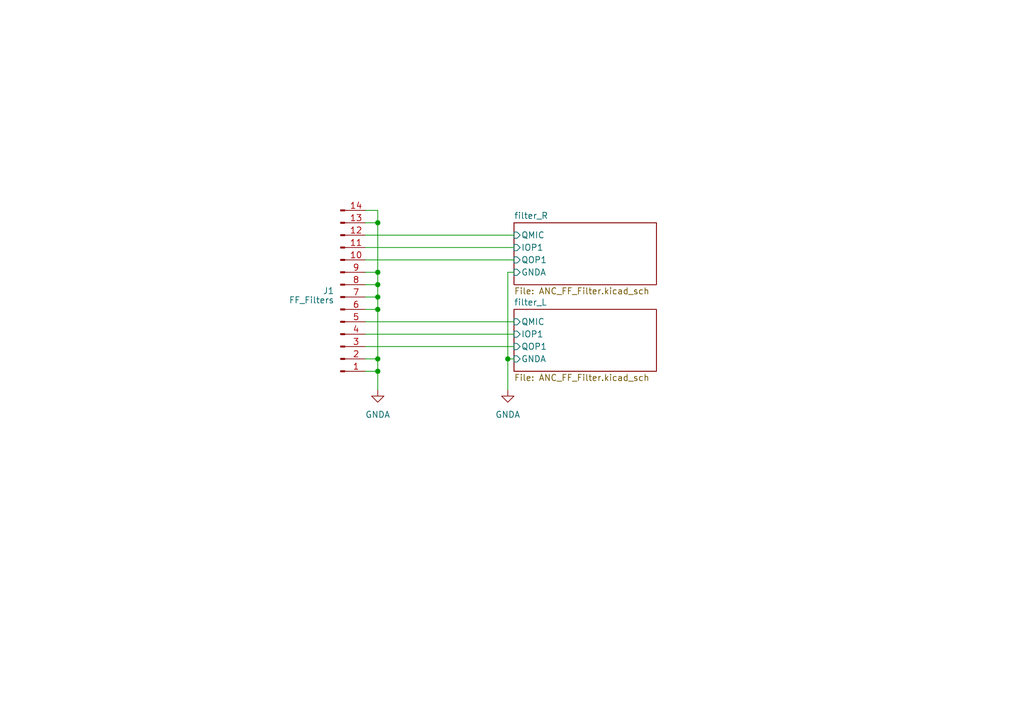
<source format=kicad_sch>
(kicad_sch (version 20230121) (generator eeschema)
  (paper "A5")
  (lib_symbols
    (symbol "Connector:Conn_01x14_Pin" (pin_names (offset 1.016) hide)
      (property "Reference" "J" (at 0 17.78 0))
      (property "Value" "Conn_01x14_Pin" (at 0 -20.32 0))
      (symbol "Conn_01x14_Pin_1_1"
        (polyline (pts (xy 1.27 -17.78) (xy 0.8636 -17.78)) (stroke (width 0.1524)))
        (polyline (pts (xy 1.27 -15.24) (xy 0.8636 -15.24)) (stroke (width 0.1524)))
        (polyline (pts (xy 1.27 -12.7) (xy 0.8636 -12.7)) (stroke (width 0.1524)))
        (polyline (pts (xy 1.27 -10.16) (xy 0.8636 -10.16)) (stroke (width 0.1524)))
        (polyline (pts (xy 1.27 -7.62) (xy 0.8636 -7.62)) (stroke (width 0.1524)))
        (polyline (pts (xy 1.27 -5.08) (xy 0.8636 -5.08)) (stroke (width 0.1524)))
        (polyline (pts (xy 1.27 -2.54) (xy 0.8636 -2.54)) (stroke (width 0.1524)))
        (polyline (pts (xy 1.27 0) (xy 0.8636 0)) (stroke (width 0.1524)))
        (polyline (pts (xy 1.27 2.54) (xy 0.8636 2.54)) (stroke (width 0.1524)))
        (polyline (pts (xy 1.27 5.08) (xy 0.8636 5.08)) (stroke (width 0.1524)))
        (polyline (pts (xy 1.27 7.62) (xy 0.8636 7.62)) (stroke (width 0.1524)))
        (polyline (pts (xy 1.27 10.16) (xy 0.8636 10.16)) (stroke (width 0.1524)))
        (polyline (pts (xy 1.27 12.7) (xy 0.8636 12.7)) (stroke (width 0.1524)))
        (polyline (pts (xy 1.27 15.24) (xy 0.8636 15.24)) (stroke (width 0.1524)))
        (rectangle (start 0.8636 -17.653) (end 0 -17.907) (stroke (width 0.1524)) (fill (type outline)))
        (rectangle (start 0.8636 -15.113) (end 0 -15.367) (stroke (width 0.1524)) (fill (type outline)))
        (rectangle (start 0.8636 -12.573) (end 0 -12.827) (stroke (width 0.1524)) (fill (type outline)))
        (rectangle (start 0.8636 -10.033) (end 0 -10.287) (stroke (width 0.1524)) (fill (type outline)))
        (rectangle (start 0.8636 -7.493) (end 0 -7.747) (stroke (width 0.1524)) (fill (type outline)))
        (rectangle (start 0.8636 -4.953) (end 0 -5.207) (stroke (width 0.1524)) (fill (type outline)))
        (rectangle (start 0.8636 -2.413) (end 0 -2.667) (stroke (width 0.1524)) (fill (type outline)))
        (rectangle (start 0.8636 0.127) (end 0 -0.127) (stroke (width 0.1524)) (fill (type outline)))
        (rectangle (start 0.8636 2.667) (end 0 2.413) (stroke (width 0.1524)) (fill (type outline)))
        (rectangle (start 0.8636 5.207) (end 0 4.953) (stroke (width 0.1524)) (fill (type outline)))
        (rectangle (start 0.8636 7.747) (end 0 7.493) (stroke (width 0.1524)) (fill (type outline)))
        (rectangle (start 0.8636 10.287) (end 0 10.033) (stroke (width 0.1524)) (fill (type outline)))
        (rectangle (start 0.8636 12.827) (end 0 12.573) (stroke (width 0.1524)) (fill (type outline)))
        (rectangle (start 0.8636 15.367) (end 0 15.113) (stroke (width 0.1524)) (fill (type outline)))
        (pin passive line (at 5.08 15.24 180) (length 3.81) (name "Pin_1") (number "1"))
        (pin passive line (at 5.08 -7.62 180) (length 3.81) (name "Pin_10") (number "10"))
        (pin passive line (at 5.08 -10.16 180) (length 3.81) (name "Pin_11") (number "11"))
        (pin passive line (at 5.08 -12.7 180) (length 3.81) (name "Pin_12") (number "12"))
        (pin passive line (at 5.08 -15.24 180) (length 3.81) (name "Pin_13") (number "13"))
        (pin passive line (at 5.08 -17.78 180) (length 3.81) (name "Pin_14") (number "14"))
        (pin passive line (at 5.08 12.7 180) (length 3.81) (name "Pin_2") (number "2"))
        (pin passive line (at 5.08 10.16 180) (length 3.81) (name "Pin_3") (number "3"))
        (pin passive line (at 5.08 7.62 180) (length 3.81) (name "Pin_4") (number "4"))
        (pin passive line (at 5.08 5.08 180) (length 3.81) (name "Pin_5") (number "5"))
        (pin passive line (at 5.08 2.54 180) (length 3.81) (name "Pin_6") (number "6"))
        (pin passive line (at 5.08 0 180) (length 3.81) (name "Pin_7") (number "7"))
        (pin passive line (at 5.08 -2.54 180) (length 3.81) (name "Pin_8") (number "8"))
        (pin passive line (at 5.08 -5.08 180) (length 3.81) (name "Pin_9") (number "9"))
      )
    )
    (symbol "power:GNDA" (power) (pin_names (offset 0))
      (property "Value" "GNDA" (at 0 -3.81 0))
      (symbol "GNDA_0_1"
        (polyline (pts (xy 0 0) (xy 0 -1.27) (xy 1.27 -1.27) (xy 0 -2.54) (xy -1.27 -1.27) (xy 0 -1.27)))
      )
      (symbol "GNDA_1_1"
        (pin power_in line (at 0 0 270) (length 0) hide (name "GNDA") (number "1"))
      )
    )
  )
  (junction (at 77.47 45.72))
  (junction (at 77.47 73.66))
  (junction (at 77.47 58.42))
  (junction (at 77.47 76.2))
  (junction (at 77.47 60.96))
  (junction (at 104.14 73.66))
  (junction (at 77.47 63.5))
  (junction (at 77.47 55.88))
  (wire (pts (xy 74.93 50.8) (xy 105.41 50.8)))
  (wire (pts (xy 74.93 55.88) (xy 77.47 55.88)))
  (wire (pts (xy 77.47 63.5) (xy 77.47 73.66)))
  (wire (pts (xy 77.47 60.96) (xy 77.47 63.5)))
  (wire (pts (xy 74.93 66.04) (xy 105.41 66.04)))
  (wire (pts (xy 77.47 76.2) (xy 74.93 76.2)))
  (wire (pts (xy 104.14 55.88) (xy 104.14 73.66)))
  (wire (pts (xy 74.93 63.5) (xy 77.47 63.5)))
  (wire (pts (xy 77.47 45.72) (xy 77.47 55.88)))
  (wire (pts (xy 74.93 58.42) (xy 77.47 58.42)))
  (wire (pts (xy 74.93 45.72) (xy 77.47 45.72)))
  (wire (pts (xy 74.93 73.66) (xy 77.47 73.66)))
  (wire (pts (xy 74.93 48.26) (xy 105.41 48.26)))
  (wire (pts (xy 77.47 80.01) (xy 77.47 76.2)))
  (wire (pts (xy 74.93 71.12) (xy 105.41 71.12)))
  (wire (pts (xy 74.93 53.34) (xy 105.41 53.34)))
  (wire (pts (xy 77.47 43.18) (xy 77.47 45.72)))
  (wire (pts (xy 74.93 43.18) (xy 77.47 43.18)))
  (wire (pts (xy 74.93 68.58) (xy 105.41 68.58)))
  (wire (pts (xy 104.14 73.66) (xy 105.41 73.66)))
  (wire (pts (xy 105.41 55.88) (xy 104.14 55.88)))
  (wire (pts (xy 104.14 80.01) (xy 104.14 73.66)))
  (wire (pts (xy 74.93 60.96) (xy 77.47 60.96)))
  (wire (pts (xy 77.47 73.66) (xy 77.47 76.2)))
  (wire (pts (xy 77.47 55.88) (xy 77.47 58.42)))
  (wire (pts (xy 77.47 58.42) (xy 77.47 60.96)))
  (symbol (lib_id "power:GNDA") (at 77.47 80.01 0) (unit 1)
    (property "Reference" "#PWR04" (effects hide))
    (property "Value" "GNDA" (at 77.47 85.09 0))
  )
  (symbol (lib_id "Connector:Conn_01x14_Pin") (at 69.85 60.96 0) (mirror x) (unit 1)
    (property "Reference" "J1" (at 68.58 59.69 0) (effects (justify right)))
    (property "Value" "FF_Filters" (at 68.58 61.595 0) (effects (justify right)))
    (property "Footprint" "Connector_Hirose:Hirose_DF12_DF12E3.0-14DP-0.5V_2x07_P0.50mm_Vertical" (effects hide))
  )
  (symbol (lib_id "power:GNDA") (at 104.14 80.01 0) (unit 1)
    (property "Reference" "#PWR08" (effects hide))
    (property "Value" "GNDA" (at 104.14 85.09 0))
  )
  (sheet (at 105.41 45.72) (size 29.21 12.7) (stroke (width 0.1524))
    (property "Sheetname" "filter_R" (at 105.41 45.0084 0) (effects (justify left bottom)))
    (property "Sheetfile" "ANC_FF_Filter.kicad_sch" (at 105.41 59.0046 0) (effects (justify left top)))
    (pin "QOP1" input (at 105.41 53.34 180))
    (pin "GNDA" input (at 105.41 55.88 180))
    (pin "IOP1" input (at 105.41 50.8 180))
    (pin "QMIC" input (at 105.41 48.26 180))
  )
  (sheet (at 105.41 63.5) (size 29.21 12.7) (stroke (width 0.1524))
    (property "Sheetname" "filter_L" (at 105.41 62.7884 0) (effects (justify left bottom)))
    (property "Sheetfile" "ANC_FF_Filter.kicad_sch" (at 105.41 76.7846 0) (effects (justify left top)))
    (pin "QOP1" input (at 105.41 71.12 180))
    (pin "GNDA" input (at 105.41 73.66 180))
    (pin "IOP1" input (at 105.41 68.58 180))
    (pin "QMIC" input (at 105.41 66.04 180))
  )
)
</source>
